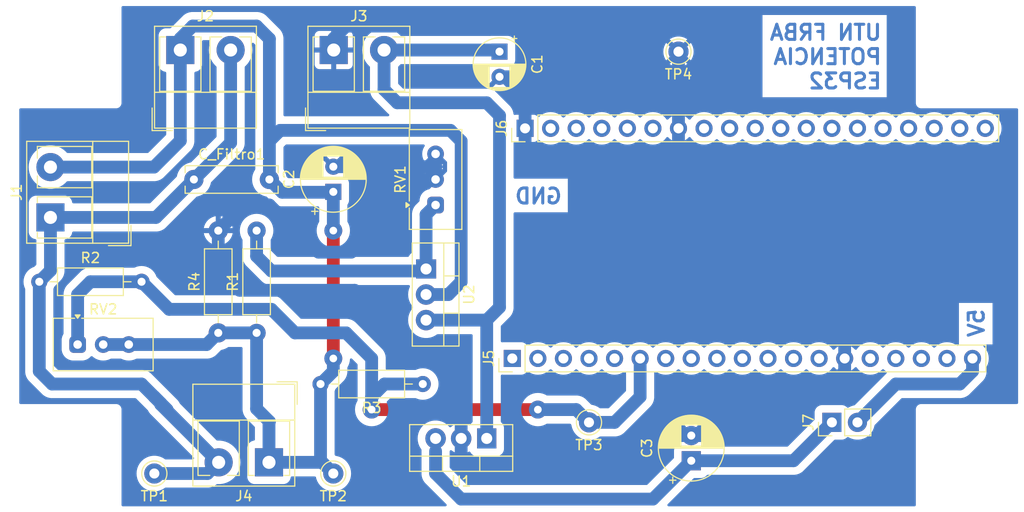
<source format=kicad_pcb>
(kicad_pcb (version 20240108) (generator "pcbnew") (generator_version "8.0")
  (layers (0 "F.Cu" signal) (31 "B.Cu" signal) (34 "B.Paste" user) (35 "F.Paste" user) (36 "B.SilkS" user "B.Silkscreen") (37 "F.SilkS" user "F.Silkscreen") (38 "B.Mask" user) (39 "F.Mask" user) (44 "Edge.Cuts" user))
  (net 0 "")
  (net 1 "+12V")
  (net 2 "GND")
  (net 3 "/1.65V")
  (net 4 "/5V")
  (net 5 "/VS2")
  (net 6 "Net-(J5-Pin_19)")
  (net 23 "/ADC_35")
  (net 41 "Net-(U2-ADJ)")
  (footprint "Connector_PinHeader_2.54mm:PinHeader_1x19_P2.54mm_Vertical" (layer "F.Cu") (at 119.38 90.17 90)
    (property "Reference" "J6" (at 0 -2.33 90) (layer "F.SilkS"))
    (property "Value" "ESP32_20-38")
    (pad "1" thru_hole rect (at 0 0 90) (size 1.7 1.7) (drill 1) (layers "*.Cu" "*.Mask") (net 2 "GND"))
    (pad "2" thru_hole oval (at 0 2.54 90) (size 1.7 1.7) (drill 1) (layers "*.Cu" "*.Mask"))
    (pad "3" thru_hole oval (at 0 5.08 90) (size 1.7 1.7) (drill 1) (layers "*.Cu" "*.Mask"))
    (pad "4" thru_hole oval (at 0 7.62 90) (size 1.7 1.7) (drill 1) (layers "*.Cu" "*.Mask"))
    (pad "5" thru_hole oval (at 0 10.16 90) (size 1.7 1.7) (drill 1) (layers "*.Cu" "*.Mask"))
    (pad "6" thru_hole oval (at 0 12.7 90) (size 1.7 1.7) (drill 1) (layers "*.Cu" "*.Mask"))
    (pad "7" thru_hole oval (at 0 15.24 90) (size 1.7 1.7) (drill 1) (layers "*.Cu" "*.Mask") (net 2 "GND"))
    (pad "8" thru_hole oval (at 0 17.78 90) (size 1.7 1.7) (drill 1) (layers "*.Cu" "*.Mask"))
    (pad "9" thru_hole oval (at 0 20.32 90) (size 1.7 1.7) (drill 1) (layers "*.Cu" "*.Mask"))
    (pad "10" thru_hole oval (at 0 22.86 90) (size 1.7 1.7) (drill 1) (layers "*.Cu" "*.Mask"))
    (pad "11" thru_hole oval (at 0 25.4 90) (size 1.7 1.7) (drill 1) (layers "*.Cu" "*.Mask"))
    (pad "12" thru_hole oval (at 0 27.94 90) (size 1.7 1.7) (drill 1) (layers "*.Cu" "*.Mask"))
    (pad "13" thru_hole oval (at 0 30.48 90) (size 1.7 1.7) (drill 1) (layers "*.Cu" "*.Mask"))
    (pad "14" thru_hole oval (at 0 33.02 90) (size 1.7 1.7) (drill 1) (layers "*.Cu" "*.Mask"))
    (pad "15" thru_hole oval (at 0 35.56 90) (size 1.7 1.7) (drill 1) (layers "*.Cu" "*.Mask"))
    (pad "16" thru_hole oval (at 0 38.1 90) (size 1.7 1.7) (drill 1) (layers "*.Cu" "*.Mask"))
    (pad "17" thru_hole oval (at 0 40.64 90) (size 1.7 1.7) (drill 1) (layers "*.Cu" "*.Mask"))
    (pad "18" thru_hole oval (at 0 43.18 90) (size 1.7 1.7) (drill 1) (layers "*.Cu" "*.Mask"))
    (pad "19" thru_hole oval (at 0 45.72 90) (size 1.7 1.7) (drill 1) (layers "*.Cu" "*.Mask"))
  )
  (footprint "TerminalBlock_RND:TerminalBlock_RND_205-00276_1x02_P5.00mm_Vertical" (layer "F.Cu") (at 100.37 82.39)
    (property "Reference" "J3" (at 2.5 -3.36 0) (layer "F.SilkS"))
    (property "Value" "Vin")
    (pad "1" thru_hole rect (at 0 0) (size 2.794 2.794) (drill 1.3) (layers "*.Cu" "*.Mask") (net 2 "GND"))
    (pad "2" thru_hole circle (at 5 0) (size 2.794 2.794) (drill 1.3) (layers "*.Cu" "*.Mask") (net 1 "+12V"))
  )
  (footprint "Potentiometer_THT:Potentiometer_Vishay_T93YA_Vertical" (layer "F.Cu") (at 110.49 97.79 90)
    (property "Reference" "RV1" (at 2.54 -3.5 90) (layer "F.SilkS"))
    (property "Value" "R_Potentiometer_Trim_US")
    (pad "1" thru_hole roundrect (at 0 0 90) (size 1.65 1.65) (drill 0.85) (layers "*.Cu" "*.Mask") (net 41 "Net-(U2-ADJ)"))
    (pad "2" thru_hole circle (at 2.54 0 90) (size 1.65 1.65) (drill 0.85) (layers "*.Cu" "*.Mask") (net 2 "GND"))
    (pad "3" thru_hole circle (at 5.08 0 90) (size 1.65 1.65) (drill 0.85) (layers "*.Cu" "*.Mask") (net 2 "GND"))
  )
  (footprint "Package_TO_SOT_THT:TO-220-3_Vertical" (layer "F.Cu") (at 109.545 104.14 -90)
    (property "Reference" "U2" (at 2.54 -4.27 90) (layer "F.SilkS"))
    (property "Value" "LM317_TO-220")
    (pad "1" thru_hole rect (at 0 0 270) (size 1.905 2) (drill 1.1) (layers "*.Cu" "*.Mask") (net 41 "Net-(U2-ADJ)"))
    (pad "2" thru_hole oval (at 2.54 0 270) (size 2.032 2.032) (drill 1.1) (layers "*.Cu" "*.Mask") (net 3 "/1.65V"))
    (pad "3" thru_hole oval (at 5.08 0 270) (size 2.032 2.032) (drill 1.1) (layers "*.Cu" "*.Mask") (net 1 "+12V"))
  )
  (footprint "TerminalBlock_RND:TerminalBlock_RND_205-00276_1x02_P5.00mm_Vertical" (layer "F.Cu") (at 72.23 99.02 90)
    (property "Reference" "J1" (at 2.5 -3.36 90) (layer "F.SilkS"))
    (property "Value" "Trafo")
    (pad "1" thru_hole rect (at 0 0 90) (size 2.794 2.794) (drill 1.3) (layers "*.Cu" "*.Mask") (net 5 "/VS2"))
    (pad "2" thru_hole circle (at 5 0 90) (size 2.794 2.794) (drill 1.3) (layers "*.Cu" "*.Mask") (net 3 "/1.65V"))
  )
  (footprint "TerminalBlock_RND:TerminalBlock_RND_205-00276_1x02_P5.00mm_Vertical" (layer "F.Cu") (at 93.94 123.35 180)
    (property "Reference" "J4" (at 2.5 -3.36 0) (layer "F.SilkS"))
    (property "Value" "Out")
    (pad "1" thru_hole rect (at 0 0 180) (size 2.794 2.794) (drill 1.3) (layers "*.Cu" "*.Mask") (net 3 "/1.65V"))
    (pad "2" thru_hole circle (at 5 0 180) (size 2.794 2.794) (drill 1.3) (layers "*.Cu" "*.Mask") (net 5 "/VS2"))
  )
  (footprint "Connector_PinHeader_2.54mm:PinHeader_1x02_P2.54mm_Vertical" (layer "F.Cu") (at 149.86 119.38 90)
    (property "Reference" "J7" (at 0 -2.33 90) (layer "F.SilkS"))
    (property "Value" "Conn_01x02_Pin")
    (pad "1" thru_hole rect (at 0 0 90) (size 1.905 1.905) (drill 1) (layers "*.Cu" "*.Mask") (net 4 "/5V"))
    (pad "2" thru_hole oval (at 0 2.54 90) (size 1.905 1.905) (drill 1) (layers "*.Cu" "*.Mask") (net 6 "Net-(J5-Pin_19)"))
  )
  (footprint "Capacitor_THT:CP_Radial_D6.3mm_P2.50mm" (layer "F.Cu") (at 100.33 96.48 90)
    (property "Reference" "C2" (at 1.25 -4.4 90) (layer "F.SilkS"))
    (property "Value" "100uF")
    (pad "1" thru_hole rect (at 0 0 90) (size 1.6 1.6) (drill 0.8) (layers "*.Cu" "*.Mask") (net 3 "/1.65V"))
    (pad "2" thru_hole circle (at 2.5 0 90) (size 1.6 1.6) (drill 0.8) (layers "*.Cu" "*.Mask") (net 2 "GND"))
  )
  (footprint "Capacitor_THT:CP_Radial_D6.3mm_P2.50mm" (layer "F.Cu") (at 135.89 123.19 90)
    (property "Reference" "C3" (at 1.25 -4.4 90) (layer "F.SilkS"))
    (property "Value" "100uF")
    (pad "1" thru_hole rect (at 0 0 90) (size 1.905 1.905) (drill 0.8) (layers "*.Cu" "*.Mask") (net 4 "/5V"))
    (pad "2" thru_hole circle (at 2.5 0 90) (size 1.905 1.905) (drill 0.8) (layers "*.Cu" "*.Mask") (net 2 "GND"))
  )
  (footprint "Resistor_THT:R_Axial_DIN0207_L6.3mm_D2.5mm_P10.16mm_Horizontal" (layer "F.Cu") (at 109.22 115.57 180)
    (property "Reference" "R3" (at 5.08 -2.37 0) (layer "F.SilkS"))
    (property "Value" "2.2K")
    (pad "1" thru_hole circle (at 0 0 180) (size 1.6 1.6) (drill 0.8) (layers "*.Cu" "*.Mask") (net 23 "/ADC_35"))
    (pad "2" thru_hole oval (at 10.16 0 180) (size 1.6 1.6) (drill 0.8) (layers "*.Cu" "*.Mask") (net 3 "/1.65V"))
  )
  (footprint "Resistor_THT:R_Axial_DIN0207_L6.3mm_D2.5mm_P10.16mm_Horizontal" (layer "F.Cu") (at 71.12 105.41)
    (property "Reference" "R2" (at 5.08 -2.37 0) (layer "F.SilkS"))
    (property "Value" "150K")
    (pad "1" thru_hole circle (at 0 0) (size 1.6 1.6) (drill 0.8) (layers "*.Cu" "*.Mask") (net 5 "/VS2"))
    (pad "2" thru_hole oval (at 10.16 0) (size 1.6 1.6) (drill 0.8) (layers "*.Cu" "*.Mask") (net 23 "/ADC_35"))
  )
  (footprint "Connector_Pin:Pin_D1.0mm_L10.0mm" (layer "F.Cu") (at 134.62 82.55)
    (property "Reference" "TP4" (at 0 2.25 0) (layer "F.SilkS"))
    (property "Value" "GND")
    (pad "1" thru_hole circle (at 0 0) (size 2 2) (drill 1) (layers "*.Cu" "*.Mask") (net 2 "GND"))
  )
  (footprint "Connector_Pin:Pin_D1.0mm_L10.0mm" (layer "F.Cu") (at 125.73 119.38)
    (property "Reference" "TP3" (at 0 2.25 0) (layer "F.SilkS"))
    (property "Value" "ADC_35")
    (pad "1" thru_hole circle (at 0 0) (size 2 2) (drill 1) (layers "*.Cu" "*.Mask") (net 23 "/ADC_35"))
  )
  (footprint "Connector_Pin:Pin_D1.0mm_L10.0mm" (layer "F.Cu") (at 82.55 124.46)
    (property "Reference" "TP1" (at 0 2.25 0) (layer "F.SilkS"))
    (property "Value" "VS2")
    (pad "1" thru_hole circle (at 0 0) (size 2 2) (drill 1) (layers "*.Cu" "*.Mask") (net 5 "/VS2"))
  )
  (footprint "Capacitor_THT:C_Rect_L9.0mm_W2.5mm_P7.50mm_MKT" (layer "F.Cu") (at 86.48 95.25)
    (property "Reference" "C_Filtro1" (at 3.75 -2.5 0) (layer "F.SilkS"))
    (property "Value" "68nF")
    (pad "1" thru_hole circle (at 0 0) (size 1.905 1.905) (drill 0.8) (layers "*.Cu" "*.Mask") (net 5 "/VS2"))
    (pad "2" thru_hole circle (at 7.5 0) (size 1.905 1.905) (drill 0.8) (layers "*.Cu" "*.Mask") (net 3 "/1.65V"))
  )
  (footprint "Package_TO_SOT_THT:TO-220-3_Vertical" (layer "F.Cu") (at 115.57 120.975 180)
    (property "Reference" "U1" (at 2.54 -4.27 360) (layer "F.SilkS"))
    (property "Value" "L7805")
    (pad "1" thru_hole rect (at 0 0 180) (size 1.905 2) (drill 1.1) (layers "*.Cu" "*.Mask") (net 1 "+12V"))
    (pad "2" thru_hole oval (at 2.54 0 180) (size 2.032 2.032) (drill 1.1) (layers "*.Cu" "*.Mask") (net 2 "GND"))
    (pad "3" thru_hole oval (at 5.08 0 180) (size 2.032 2.032) (drill 1.1) (layers "*.Cu" "*.Mask") (net 4 "/5V"))
  )
  (footprint "Potentiometer_THT:Potentiometer_Vishay_T93YA_Vertical" (layer "F.Cu") (at 74.93 111.6475)
    (property "Reference" "RV2" (at 2.54 -3.5 0) (layer "F.SilkS"))
    (property "Value" "R_Potentiometer_Trim_US")
    (pad "1" thru_hole roundrect (at 0 0) (size 1.65 1.65) (drill 0.85) (layers "*.Cu" "*.Mask") (net 23 "/ADC_35"))
    (pad "2" thru_hole circle (at 2.54 0) (size 1.65 1.65) (drill 0.85) (layers "*.Cu" "*.Mask") (net 3 "/1.65V"))
    (pad "3" thru_hole circle (at 5.08 0) (size 1.65 1.65) (drill 0.85) (layers "*.Cu" "*.Mask") (net 3 "/1.65V"))
  )
  (footprint "Connector_Pin:Pin_D1.0mm_L10.0mm" (layer "F.Cu") (at 100.33 124.46)
    (property "Reference" "TP2" (at 0 2.25 0) (layer "F.SilkS"))
    (property "Value" "VS1")
    (pad "1" thru_hole circle (at 0 0) (size 2 2) (drill 1) (layers "*.Cu" "*.Mask") (net 3 "/1.65V"))
  )
  (footprint "Connector_PinHeader_2.54mm:PinHeader_1x19_P2.54mm_Vertical" (layer "F.Cu") (at 118.11 113.03 90)
    (property "Reference" "J5" (at 0 -2.33 90) (layer "F.SilkS"))
    (property "Value" "ESP32_1-19")
    (pad "1" thru_hole rect (at 0 0 90) (size 1.7 1.7) (drill 1) (layers "*.Cu" "*.Mask"))
    (pad "2" thru_hole oval (at 0 2.54 90) (size 1.7 1.7) (drill 1) (layers "*.Cu" "*.Mask"))
    (pad "3" thru_hole oval (at 0 5.08 90) (size 1.7 1.7) (drill 1) (layers "*.Cu" "*.Mask"))
    (pad "4" thru_hole oval (at 0 7.62 90) (size 1.7 1.7) (drill 1) (layers "*.Cu" "*.Mask"))
    (pad "5" thru_hole oval (at 0 10.16 90) (size 1.7 1.7) (drill 1) (layers "*.Cu" "*.Mask"))
    (pad "6" thru_hole oval (at 0 12.7 90) (size 1.7 1.7) (drill 1) (layers "*.Cu" "*.Mask") (net 23 "/ADC_35"))
    (pad "7" thru_hole oval (at 0 15.24 90) (size 1.7 1.7) (drill 1) (layers "*.Cu" "*.Mask"))
    (pad "8" thru_hole oval (at 0 17.78 90) (size 1.7 1.7) (drill 1) (layers "*.Cu" "*.Mask"))
    (pad "9" thru_hole oval (at 0 20.32 90) (size 1.7 1.7) (drill 1) (layers "*.Cu" "*.Mask"))
    (pad "10" thru_hole oval (at 0 22.86 90) (size 1.7 1.7) (drill 1) (layers "*.Cu" "*.Mask"))
    (pad "11" thru_hole oval (at 0 25.4 90) (size 1.7 1.7) (drill 1) (layers "*.Cu" "*.Mask"))
    (pad "12" thru_hole oval (at 0 27.94 90) (size 1.7 1.7) (drill 1) (layers "*.Cu" "*.Mask"))
    (pad "13" thru_hole oval (at 0 30.48 90) (size 1.7 1.7) (drill 1) (layers "*.Cu" "*.Mask"))
    (pad "14" thru_hole oval (at 0 33.02 90) (size 1.7 1.7) (drill 1) (layers "*.Cu" "*.Mask") (net 2 "GND"))
    (pad "15" thru_hole oval (at 0 35.56 90) (size 1.7 1.7) (drill 1) (layers "*.Cu" "*.Mask"))
    (pad "16" thru_hole oval (at 0 38.1 90) (size 1.7 1.7) (drill 1) (layers "*.Cu" "*.Mask"))
    (pad "17" thru_hole oval (at 0 40.64 90) (size 1.7 1.7) (drill 1) (layers "*.Cu" "*.Mask"))
    (pad "18" thru_hole oval (at 0 43.18 90) (size 1.7 1.7) (drill 1) (layers "*.Cu" "*.Mask"))
    (pad "19" thru_hole oval (at 0 45.72 90) (size 1.7 1.7) (drill 1) (layers "*.Cu" "*.Mask") (net 6 "Net-(J5-Pin_19)"))
  )
  (footprint "Resistor_THT:R_Axial_DIN0207_L6.3mm_D2.5mm_P10.16mm_Horizontal" (layer "F.Cu") (at 92.71 110.49 90)
    (property "Reference" "R1" (at 5.08 -2.37 90) (layer "F.SilkS"))
    (property "Value" "22K")
    (pad "1" thru_hole circle (at 0 0 90) (size 1.8 1.8) (drill 0.8) (layers "*.Cu" "*.Mask") (net 3 "/1.65V"))
    (pad "2" thru_hole oval (at 10.16 0 90) (size 1.8 1.8) (drill 0.8) (layers "*.Cu" "*.Mask") (net 41 "Net-(U2-ADJ)"))
  )
  (footprint "Capacitor_THT:CP_Radial_D5.0mm_P2.50mm" (layer "F.Cu") (at 116.84 82.55 -90)
    (property "Reference" "C1" (at 1.25 -3.75 90) (layer "F.SilkS"))
    (property "Value" "10uF")
    (pad "1" thru_hole rect (at 0 0 270) (size 1.6 1.6) (drill 0.8) (layers "*.Cu" "*.Mask") (net 1 "+12V"))
    (pad "2" thru_hole circle (at 2.5 0 270) (size 1.6 1.6) (drill 0.8) (layers "*.Cu" "*.Mask") (net 2 "GND"))
  )
  (footprint "TerminalBlock_RND:TerminalBlock_RND_205-00276_1x02_P5.00mm_Vertical" (layer "F.Cu") (at 85.13 82.39)
    (property "Reference" "J2" (at 2.5 -3.36 0) (layer "F.SilkS"))
    (property "Value" "Realim")
    (pad "1" thru_hole rect (at 0 0) (size 2.794 2.794) (drill 1.3) (layers "*.Cu" "*.Mask") (net 3 "/1.65V"))
    (pad "2" thru_hole circle (at 5 0) (size 2.794 2.794) (drill 1.3) (layers "*.Cu" "*.Mask") (net 5 "/VS2"))
  )
  (footprint "Resistor_THT:R_Axial_DIN0207_L6.3mm_D2.5mm_P10.16mm_Horizontal" (layer "F.Cu") (at 88.9 110.49 90)
    (property "Reference" "R4" (at 5.08 -2.37 90) (layer "F.SilkS"))
    (property "Value" "2.2K")
    (pad "1" thru_hole circle (at 0 0 90) (size 1.905 1.905) (drill 0.8) (layers "*.Cu" "*.Mask") (net 3 "/1.65V"))
    (pad "2" thru_hole oval (at 10.16 0 90) (size 1.905 1.905) (drill 0.8) (layers "*.Cu" "*.Mask") (net 2 "GND"))
  )
  (gr_text "UTN FRBA\nPOTENCIA\nESP32" (at 154.94 86.36 0) (layer "B.Cu") (effects (font (size 1.5 1.5) (thickness 0.3) (bold yes)) (justify left bottom mirror)))
  (gr_text "GND" (at 123.19 97.79 0) (layer "B.Cu") (effects (font (size 1.5 1.5) (thickness 0.3) (bold yes)) (justify left bottom mirror)))
  (gr_text "5V" (at 165.1 107.95 90) (layer "B.Cu") (effects (font (size 1.5 1.5) (thickness 0.3) (bold yes)) (justify left bottom mirror)))
  (segment (start 115.57 120.975) (end 115.57 109.22) (width 1.27) (layer "B.Cu") (net 1))
  (segment (start 105.37 86.32) (end 106.68 87.63) (width 1.27) (layer "B.Cu") (net 1))
  (segment (start 116.84 107.95) (end 115.57 109.22) (width 1.27) (layer "B.Cu") (net 1))
  (segment (start 116.68 82.39) (end 116.84 82.55) (width 1.27) (layer "B.Cu") (net 1))
  (segment (start 105.37 82.39) (end 116.68 82.39) (width 1.27) (layer "B.Cu") (net 1))
  (segment (start 116.84 88.9) (end 116.84 107.95) (width 1.27) (layer "B.Cu") (net 1))
  (segment (start 115.57 87.63) (end 116.84 88.9) (width 1.27) (layer "B.Cu") (net 1))
  (segment (start 105.37 82.39) (end 105.37 86.32) (width 1.27) (layer "B.Cu") (net 1))
  (segment (start 106.68 87.63) (end 115.57 87.63) (width 1.27) (layer "B.Cu") (net 1))
  (segment (start 109.545 109.22) (end 115.57 109.22) (width 1.27) (layer "B.Cu") (net 1))
  (segment (start 98.861437 102.471457) (end 102.101817 102.471457) (width 1.27) (layer "B.Cu") (net 2))
  (segment (start 116.84 85.05) (end 118.15 85.05) (width 1.27) (layer "B.Cu") (net 2))
  (segment (start 151.13 114.3) (end 151.13 113.03) (width 1.27) (layer "B.Cu") (net 2))
  (segment (start 101.6 80.01) (end 118.11 80.01) (width 1.27) (layer "B.Cu") (net 2))
  (segment (start 148.59 115.57) (end 149.86 115.57) (width 1.27) (layer "B.Cu") (net 2))
  (segment (start 119.38 83.82) (end 119.38 90.17) (width 1.27) (layer "B.Cu") (net 2))
  (segment (start 132.08 93.98) (end 133.35 93.98) (width 1.27) (layer "B.Cu") (net 2))
  (segment (start 118.15 85.05) (end 119.38 83.82) (width 1.27) (layer "B.Cu") (net 2))
  (segment (start 110.49 93.98) (end 110.49 92.71) (width 1.27) (layer "B.Cu") (net 2))
  (segment (start 91.44 97.79) (end 93.98 97.79) (width 1.27) (layer "B.Cu") (net 2))
  (segment (start 100.37 82.39) (end 100.37 81.24) (width 1.27) (layer "B.Cu") (net 2))
  (segment (start 98.18998 101.8) (end 98.861437 102.471457) (width 1.27) (layer "B.Cu") (net 2))
  (segment (start 91.01761 106.25761) (end 102.44761 106.25761) (width 1.27) (layer "B.Cu") (net 2))
  (segment (start 93.98 97.79) (end 97.99 101.8) (width 1.27) (layer "B.Cu") (net 2))
  (segment (start 134.62 92.71) (end 134.62 90.17) (width 1.27) (layer "B.Cu") (net 2))
  (segment (start 88.9 104.14) (end 91.01761 106.25761) (width 1.27) (layer "B.Cu") (net 2))
  (segment (start 100.37 81.24) (end 101.6 80.01) (width 1.27) (layer "B.Cu") (net 2))
  (segment (start 133.35 93.98) (end 134.62 92.71) (width 1.27) (layer "B.Cu") (net 2))
  (segment (start 111.76 113.03) (end 113.03 114.3) (width 1.27) (layer "B.Cu") (net 2))
  (segment (start 119.38 90.17) (end 119.38 92.71) (width 1.27) (layer "B.Cu") (net 2))
  (segment (start 110.49 95.25) (end 110.49 93.98) (width 1.27) (layer "B.Cu") (net 2))
  (segment (start 149.86 115.57) (end 151.13 114.3) (width 1.27) (layer "B.Cu") (net 2))
  (segment (start 134.62 90.17) (end 134.62 82.55) (width 1.27) (layer "B.Cu") (net 2))
  (segment (start 100.33 93.98) (end 110.49 93.98) (width 1.27) (layer "B.Cu") (net 2))
  (segment (start 119.38 81.28) (end 119.38 83.82) (width 1.27) (layer "B.Cu") (net 2))
  (segment (start 114.3 124.46) (end 128.27 124.46) (width 1.27) (layer "B.Cu") (net 2))
  (segment (start 113.03 120.975) (end 113.03 123.19) (width 1.27) (layer "B.Cu") (net 2))
  (segment (start 113.03 114.3) (end 113.03 120.975) (width 1.27) (layer "B.Cu") (net 2))
  (segment (start 135.89 120.69) (end 143.47 120.69) (width 1.27) (layer "B.Cu") (net 2))
  (segment (start 88.9 100.33) (end 91.44 97.79) (width 1.27) (layer "B.Cu") (net 2))
  (segment (start 143.47 120.69) (end 148.59 115.57) (width 1.27) (layer "B.Cu") (net 2))
  (segment (start 113.03 123.19) (end 114.3 124.46) (width 1.27) (layer "B.Cu") (net 2))
  (segment (start 88.9 100.33) (end 88.9 104.14) (width 1.27) (layer "B.Cu") (net 2))
  (segment (start 109.323274 95.25) (end 110.49 95.25) (width 1.27) (layer "B.Cu") (net 2))
  (segment (start 110.45 95.29) (end 110.49 95.25) (width 1.27) (layer "B.Cu") (net 2))
  (segment (start 119.38 92.71) (end 120.65 93.98) (width 1.27) (layer "B.Cu") (net 2))
  (segment (start 105.41 109.22) (end 109.22 113.03) (width 1.27) (layer "B.Cu") (net 2))
  (segment (start 135.89 120.69) (end 132.04 120.69) (width 1.27) (layer "B.Cu") (net 2))
  (segment (start 128.27 124.46) (end 132.04 120.69) (width 1.27) (layer "B.Cu") (net 2))
  (segment (start 151.13 95.25) (end 149.86 93.98) (width 1.27) (layer "B.Cu") (net 2))
  (segment (start 118.11 80.01) (end 119.38 81.28) (width 1.27) (layer "B.Cu") (net 2))
  (segment (start 151.13 113.03) (end 151.13 95.25) (width 1.27) (layer "B.Cu") (net 2))
  (segment (start 149.86 93.98) (end 132.08 93.98) (width 1.27) (layer "B.Cu") (net 2))
  (segment (start 109.22 113.03) (end 111.76 113.03) (width 1.27) (layer "B.Cu") (net 2))
  (segment (start 97.99 101.8) (end 98.18998 101.8) (width 1.27) (layer "B.Cu") (net 2))
  (segment (start 102.44761 106.25761) (end 105.41 109.22) (width 1.27) (layer "B.Cu") (net 2))
  (segment (start 102.101817 102.471457) (end 109.323274 95.25) (width 1.27) (layer "B.Cu") (net 2))
  (segment (start 120.65 93.98) (end 132.08 93.98) (width 1.27) (layer "B.Cu") (net 2))
  (segment (start 100.33 100.33) (end 100.33 113.03) (width 1.27) (layer "F.Cu") (net 3))
  (via (at 100.33 113.03) (size 1.778) (drill 0.762) (layers "F.Cu" "B.Cu") (net 3))
  (via (at 100.33 100.33) (size 1.778) (drill 0.762) (layers "F.Cu" "B.Cu") (net 3))
  (segment (start 93.98 95.25) (end 95.25 96.52) (width 1.27) (layer "B.Cu") (net 3))
  (segment (start 109.545 106.68) (end 111.76 106.68) (width 1.27) (layer "B.Cu") (net 3))
  (segment (start 87.7425 111.6475) (end 88.9 110.49) (width 1.27) (layer "B.Cu") (net 3))
  (segment (start 93.98 81.28) (end 92.71 80.01) (width 1.27) (layer "B.Cu") (net 3))
  (segment (start 72.23 94.02) (end 82.51 94.02) (width 1.27) (layer "B.Cu") (net 3))
  (segment (start 88.9 110.49) (end 92.71 110.49) (width 1.27) (layer "B.Cu") (net 3))
  (segment (start 86.36 80.01) (end 92.71 80.01) (width 1.27) (layer "B.Cu") (net 3))
  (segment (start 93.94 123.35) (end 99.22 123.35) (width 1.27) (layer "B.Cu") (net 3))
  (segment (start 100.33 114.3) (end 100.33 113.03) (width 1.27) (layer "B.Cu") (net 3))
  (segment (start 80.01 111.6475) (end 87.7425 111.6475) (width 1.27) (layer "B.Cu") (net 3))
  (segment (start 93.94 119.34) (end 93.98 119.3) (width 1.27) (layer "B.Cu") (net 3))
  (segment (start 99.06 123.19) (end 100.33 124.46) (width 1.27) (layer "B.Cu") (net 3))
  (segment (start 82.51 94.02) (end 85.13 91.4) (width 1.27) (layer "B.Cu") (net 3))
  (segment (start 93.98 95.25) (end 93.98 91.44) (width 1.27) (layer "B.Cu") (net 3))
  (segment (start 95.25 96.52) (end 100.29 96.52) (width 1.27) (layer "B.Cu") (net 3))
  (segment (start 77.47 111.6475) (end 80.01 111.6475) (width 1.27) (layer "B.Cu") (net 3))
  (segment (start 100.33 100.33) (end 100.33 96.48) (width 1.27) (layer "B.Cu") (net 3))
  (segment (start 111.76 106.68) (end 113.03 105.41) (width 1.27) (layer "B.Cu") (net 3))
  (segment (start 113.03 105.41) (end 113.03 91.44) (width 1.27) (layer "B.Cu") (net 3))
  (segment (start 72.23 94.02) (end 72.35 94.02) (width 0.2) (layer "B.Cu") (net 3))
  (segment (start 99.06 115.57) (end 99.06 123.19) (width 1.27) (layer "B.Cu") (net 3))
  (segment (start 100.29 96.52) (end 100.33 96.48) (width 1.27) (layer "B.Cu") (net 3))
  (segment (start 111.96 90.37) (end 95.05 90.37) (width 1.27) (layer "B.Cu") (net 3))
  (segment (start 95.05 90.37) (end 93.98 91.44) (width 1.27) (layer "B.Cu") (net 3))
  (segment (start 85.13 91.4) (end 85.13 82.39) (width 1.27) (layer "B.Cu") (net 3))
  (segment (start 72.35 94.02) (end 72.39 93.98) (width 0.2) (layer "B.Cu") (net 3))
  (segment (start 85.13 81.24) (end 86.36 80.01) (width 1.27) (layer "B.Cu") (net 3))
  (segment (start 92.71 110.49) (end 92.71 118.03) (width 1.27) (layer "B.Cu") (net 3))
  (segment (start 85.13 82.39) (end 85.13 81.24) (width 1.27) (layer "B.Cu") (net 3))
  (segment (start 93.94 119.34) (end 93.94 123.35) (width 1.27) (layer "B.Cu") (net 3))
  (segment (start 99.06 115.57) (end 100.33 114.3) (width 1.27) (layer "B.Cu") (net 3))
  (segment (start 93.98 91.44) (end 93.98 81.28) (width 1.27) (layer "B.Cu") (net 3))
  (segment (start 99.22 123.35) (end 100.33 124.46) (width 1.27) (layer "B.Cu") (net 3))
  (segment (start 113.03 91.44) (end 111.96 90.37) (width 1.27) (layer "B.Cu") (net 3))
  (segment (start 92.71 118.03) (end 93.98 119.3) (width 1.27) (layer "B.Cu") (net 3))
  (segment (start 113.03 127) (end 132.08 127) (width 1.27) (layer "B.Cu") (net 4))
  (segment (start 132.08 127) (end 135.89 123.19) (width 1.27) (layer "B.Cu") (net 4))
  (segment (start 135.89 123.19) (end 146.05 123.19) (width 1.27) (layer "B.Cu") (net 4))
  (segment (start 110.49 122.245) (end 110.49 124.46) (width 1.27) (layer "B.Cu") (net 4))
  (segment (start 146.05 123.19) (end 149.86 119.38) (width 1.27) (layer "B.Cu") (net 4))
  (segment (start 110.49 124.46) (end 113.03 127) (width 1.27) (layer "B.Cu") (net 4))
  (segment (start 82.55 124.46) (end 87.83 124.46) (width 1.27) (layer "B.Cu") (net 5))
  (segment (start 87.83 124.46) (end 88.94 123.35) (width 1.27) (layer "B.Cu") (net 5))
  (segment (start 81.28 115.57) (end 82.55 116.84) (width 1.27) (layer "B.Cu") (net 5))
  (segment (start 71.12 114.3) (end 72.39 115.57) (width 1.27) (layer "B.Cu") (net 5))
  (segment (start 90.13 82.39) (end 90.13 91.6) (width 1.27) (layer "B.Cu") (net 5))
  (segment (start 72.23 99.02) (end 72.23 104.3) (width 1.27) (layer "B.Cu") (net 5))
  (segment (start 71.12 105.41) (end 71.12 114.3) (width 1.27) (layer "B.Cu") (net 5))
  (segment (start 72.23 99.02) (end 82.71 99.02) (width 1.27) (layer "B.Cu") (net 5))
  (segment (start 90.13 91.6) (end 86.48 95.25) (width 1.27) (layer "B.Cu") (net 5))
  (segment (start 82.55 116.84) (end 83.185 117.475) (width 1.27) (layer "B.Cu") (net 5))
  (segment (start 82.71 99.02) (end 86.48 95.25) (width 1.27) (layer "B.Cu") (net 5))
  (segment (start 83.185 117.475) (end 83.185 117.595) (width 1.27) (layer "B.Cu") (net 5))
  (segment (start 82.55 116.84) (end 83.82 118.11) (width 1.27) (layer "B.Cu") (net 5))
  (segment (start 72.39 115.57) (end 81.28 115.57) (width 1.27) (layer "B.Cu") (net 5))
  (segment (start 72.23 104.3) (end 71.12 105.41) (width 1.27) (layer "B.Cu") (net 5))
  (segment (start 83.185 117.595) (end 88.94 123.35) (width 1.27) (layer "B.Cu") (net 5))
  (segment (start 162.56 115.57) (end 163.83 114.3) (width 1.27) (layer "B.Cu") (net 6))
  (segment (start 156.21 115.57) (end 162.56 115.57) (width 1.27) (layer "B.Cu") (net 6))
  (segment (start 163.83 114.3) (end 163.83 113.03) (width 1.27) (layer "B.Cu") (net 6))
  (segment (start 152.4 119.38) (end 156.21 115.57) (width 1.27) (layer "B.Cu") (net 6))
  (segment (start 104.14 118.11) (end 120.65 118.11) (width 1.27) (layer "F.Cu") (net 23))
  (via (at 120.65 118.11) (size 1.778) (drill 0.762) (layers "F.Cu" "B.Cu") (net 23))
  (via (at 104.14 118.11) (size 1.778) (drill 0.762) (layers "F.Cu" "B.Cu") (net 23))
  (segment (start 81.28 105.41) (end 84.02 108.15) (width 1.27) (layer "B.Cu") (net 23))
  (segment (start 130.81 116.84) (end 128.27 119.38) (width 1.27) (layer "B.Cu") (net 23))
  (segment (start 128.27 119.38) (end 125.73 119.38) (width 1.27) (layer "B.Cu") (net 23))
  (segment (start 94.18 108.15) (end 96.52 110.49) (width 1.27) (layer "B.Cu") (net 23))
  (segment (start 104.14 118.11) (end 104.14 116.84) (width 1.27) (layer "B.Cu") (net 23))
  (segment (start 74.93 106.68) (end 76.2 105.41) (width 1.27) (layer "B.Cu") (net 23))
  (segment (start 101.6 110.49) (end 104.14 113.03) (width 1.27) (layer "B.Cu") (net 23))
  (segment (start 104.14 116.84) (end 105.41 115.57) (width 1.27) (layer "B.Cu") (net 23))
  (segment (start 130.81 113.03) (end 130.81 116.84) (width 1.27) (layer "B.Cu") (net 23))
  (segment (start 124.46 118.11) (end 125.73 119.38) (width 1.27) (layer "B.Cu") (net 23))
  (segment (start 104.14 113.03) (end 104.14 118.11) (width 1.27) (layer "B.Cu") (net 23))
  (segment (start 105.41 115.57) (end 109.22 115.57) (width 1.27) (layer "B.Cu") (net 23))
  (segment (start 76.2 105.41) (end 81.28 105.41) (width 1.27) (layer "B.Cu") (net 23))
  (segment (start 74.93 111.6475) (end 74.93 106.68) (width 1.27) (layer "B.Cu") (net 23))
  (segment (start 84.02 108.15) (end 94.18 108.15) (width 1.27) (layer "B.Cu") (net 23))
  (segment (start 96.52 110.49) (end 101.6 110.49) (width 1.27) (layer "B.Cu") (net 23))
  (segment (start 120.65 118.11) (end 124.46 118.11) (width 1.27) (layer "B.Cu") (net 23))
  (segment (start 109.545 104.14) (end 109.545 98.735) (width 1.27) (layer "B.Cu") (net 41))
  (segment (start 109.545 98.735) (end 110.49 97.79) (width 1.27) (layer "B.Cu") (net 41))
  (segment (start 92.71 102.87) (end 94.18 104.34) (width 1.27) (layer "B.Cu") (net 41))
  (segment (start 94.18 104.34) (end 109.345 104.34) (width 1.27) (layer "B.Cu") (net 41))
  (segment (start 92.71 100.33) (end 92.71 102.87) (width 1.27) (layer "B.Cu") (net 41))
  (segment (start 109.345 104.34) (end 109.545 104.14) (width 1.27) (layer "B.Cu") (net 41))
  (zone (net 2) (net_name "GND") (layer "B.Cu") (connect_pads (clearance 0.762)) (min_thickness 0.25) (fill yes (thermal_gap 0.5) (thermal_bridge_width 0.5))
    (polygon (pts (xy 158.75 77.47) (xy 158.75 87.63) (xy 168.91 87.63) (xy 168.91 118.11) (xy 158.75 118.11) (xy 158.75 128.27) (xy 78.74 128.27) (xy 78.74 118.11) (xy 68.58 118.11) (xy 68.58 87.63) (xy 78.74 87.63) (xy 78.74 77.47)))
  )
)
</source>
